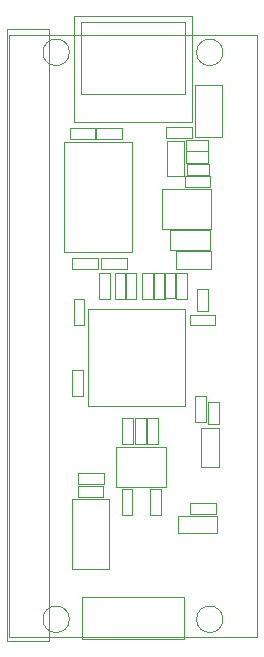
<source format=gbr>
G04 #@! TF.GenerationSoftware,KiCad,Pcbnew,(6.0.6)*
G04 #@! TF.CreationDate,2022-08-20T10:32:50+05:30*
G04 #@! TF.ProjectId,Mitayi-Pico-RP2040,4d697461-7969-42d5-9069-636f2d525032,0.2*
G04 #@! TF.SameCoordinates,PX848f8c0PY6ea0500*
G04 #@! TF.FileFunction,Other,User*
%FSLAX46Y46*%
G04 Gerber Fmt 4.6, Leading zero omitted, Abs format (unit mm)*
G04 Created by KiCad (PCBNEW (6.0.6)) date 2022-08-20 10:32:50*
%MOMM*%
%LPD*%
G01*
G04 APERTURE LIST*
G04 #@! TA.AperFunction,Profile*
%ADD10C,0.100000*%
G04 #@! TD*
%ADD11C,0.050000*%
G04 APERTURE END LIST*
D10*
X0Y51000000D02*
X21000000Y51000000D01*
X21000000Y0D02*
X0Y0D01*
X21000000Y51000000D02*
X21000000Y0D01*
X0Y0D02*
X0Y51000000D01*
D11*
X17770000Y18060000D02*
X16830000Y18060000D01*
X17770000Y19920000D02*
X17770000Y18060000D01*
X16830000Y19920000D02*
X17770000Y19920000D01*
X16830000Y18060000D02*
X16830000Y19920000D01*
X16300000Y17700000D02*
X17760000Y17700000D01*
X17760000Y14400000D02*
X16300000Y14400000D01*
X17760000Y17700000D02*
X17760000Y14400000D01*
X16300000Y14400000D02*
X16300000Y17700000D01*
X9530000Y10340000D02*
X9530000Y12500000D01*
X10450000Y10340000D02*
X9530000Y10340000D01*
X10450000Y12500000D02*
X10450000Y10340000D01*
X9530000Y12500000D02*
X10450000Y12500000D01*
X6390000Y28590000D02*
X6390000Y26430000D01*
X5470000Y26430000D02*
X5470000Y28590000D01*
X5470000Y28590000D02*
X6390000Y28590000D01*
X6390000Y26430000D02*
X5470000Y26430000D01*
X17640000Y8770000D02*
X14340000Y8770000D01*
X14340000Y10230000D02*
X17640000Y10230000D01*
X17640000Y10230000D02*
X17640000Y8770000D01*
X14340000Y8770000D02*
X14340000Y10230000D01*
X16900000Y40070000D02*
X16900000Y39130000D01*
X15040000Y39130000D02*
X15040000Y40070000D01*
X15040000Y40070000D02*
X16900000Y40070000D01*
X16900000Y39130000D02*
X15040000Y39130000D01*
X14820000Y41970000D02*
X14820000Y39010000D01*
X13360000Y41970000D02*
X14820000Y41970000D01*
X13360000Y39010000D02*
X13360000Y41970000D01*
X14820000Y39010000D02*
X13360000Y39010000D01*
X6260000Y20400000D02*
X5340000Y20400000D01*
X5340000Y20400000D02*
X5340000Y22560000D01*
X6260000Y22560000D02*
X6260000Y20400000D01*
X5340000Y22560000D02*
X6260000Y22560000D01*
X15065000Y30810000D02*
X15065000Y28650000D01*
X15065000Y28650000D02*
X14145000Y28650000D01*
X14145000Y30810000D02*
X15065000Y30810000D01*
X14145000Y28650000D02*
X14145000Y30810000D01*
X7990000Y12800000D02*
X7990000Y11880000D01*
X5830000Y12800000D02*
X7990000Y12800000D01*
X5830000Y11880000D02*
X5830000Y12800000D01*
X7990000Y11880000D02*
X5830000Y11880000D01*
X7800000Y31160000D02*
X7800000Y32100000D01*
X7800000Y32100000D02*
X10000000Y32100000D01*
X10000000Y32100000D02*
X10000000Y31160000D01*
X10000000Y31160000D02*
X7800000Y31160000D01*
X15370000Y10390000D02*
X15370000Y11330000D01*
X17570000Y11330000D02*
X17570000Y10390000D01*
X17570000Y10390000D02*
X15370000Y10390000D01*
X15370000Y11330000D02*
X17570000Y11330000D01*
X18118034Y1490000D02*
G75*
G03*
X18118034Y1490000I-1118034J0D01*
G01*
X9550000Y16320000D02*
X9550000Y18520000D01*
X10490000Y16320000D02*
X9550000Y16320000D01*
X9550000Y18520000D02*
X10490000Y18520000D01*
X10490000Y18520000D02*
X10490000Y16320000D01*
X15300000Y26370000D02*
X15300000Y27290000D01*
X17460000Y26370000D02*
X15300000Y26370000D01*
X17460000Y27290000D02*
X17460000Y26370000D01*
X15300000Y27290000D02*
X17460000Y27290000D01*
X13300000Y16100000D02*
X9100000Y16100000D01*
X9100000Y16100000D02*
X9100000Y12700000D01*
X13300000Y12700000D02*
X13300000Y16100000D01*
X9100000Y12700000D02*
X13300000Y12700000D01*
X6700000Y27750000D02*
X6700000Y19510000D01*
X6700000Y19510000D02*
X14940000Y19510000D01*
X14940000Y19510000D02*
X14940000Y27750000D01*
X14940000Y27750000D02*
X6700000Y27750000D01*
X11255000Y30850000D02*
X12195000Y30850000D01*
X11255000Y28650000D02*
X11255000Y30850000D01*
X12195000Y28650000D02*
X11255000Y28650000D01*
X12195000Y30850000D02*
X12195000Y28650000D01*
X8585000Y28650000D02*
X7665000Y28650000D01*
X8585000Y30810000D02*
X8585000Y28650000D01*
X7665000Y30810000D02*
X8585000Y30810000D01*
X7665000Y28650000D02*
X7665000Y30810000D01*
X10690000Y18510000D02*
X11610000Y18510000D01*
X11610000Y18510000D02*
X11610000Y16350000D01*
X11610000Y16350000D02*
X10690000Y16350000D01*
X10690000Y16350000D02*
X10690000Y18510000D01*
X4700000Y32600000D02*
X10420000Y32600000D01*
X10420000Y32600000D02*
X10420000Y41900000D01*
X4700000Y41900000D02*
X4700000Y32600000D01*
X10420000Y41900000D02*
X4700000Y41900000D01*
X10780000Y28645000D02*
X9860000Y28645000D01*
X9860000Y28645000D02*
X9860000Y30805000D01*
X9860000Y30805000D02*
X10780000Y30805000D01*
X10780000Y30805000D02*
X10780000Y28645000D01*
X5370000Y32100000D02*
X7570000Y32100000D01*
X7570000Y31160000D02*
X5370000Y31160000D01*
X5370000Y31160000D02*
X5370000Y32100000D01*
X7570000Y32100000D02*
X7570000Y31160000D01*
X14090000Y28660000D02*
X13170000Y28660000D01*
X13170000Y28660000D02*
X13170000Y30820000D01*
X14090000Y30820000D02*
X14090000Y28660000D01*
X13170000Y30820000D02*
X14090000Y30820000D01*
X7290000Y42140000D02*
X5130000Y42140000D01*
X7290000Y43060000D02*
X7290000Y42140000D01*
X5130000Y42140000D02*
X5130000Y43060000D01*
X5130000Y43060000D02*
X7290000Y43060000D01*
X16880000Y40160000D02*
X15020000Y40160000D01*
X16880000Y41100000D02*
X16880000Y40160000D01*
X15020000Y41100000D02*
X16880000Y41100000D01*
X15020000Y40160000D02*
X15020000Y41100000D01*
X14800000Y-200000D02*
X14800000Y3400000D01*
X14800000Y3400000D02*
X6150000Y3400000D01*
X6150000Y3400000D02*
X6150000Y-200000D01*
X6150000Y-200000D02*
X14800000Y-200000D01*
X5810000Y12930000D02*
X5810000Y13870000D01*
X8010000Y12930000D02*
X5810000Y12930000D01*
X8010000Y13870000D02*
X8010000Y12930000D01*
X5810000Y13870000D02*
X8010000Y13870000D01*
X11710000Y18510000D02*
X12630000Y18510000D01*
X12630000Y18510000D02*
X12630000Y16350000D01*
X11710000Y16350000D02*
X11710000Y18510000D01*
X12630000Y16350000D02*
X11710000Y16350000D01*
X15740000Y20390000D02*
X16660000Y20390000D01*
X15740000Y18230000D02*
X15740000Y20390000D01*
X16660000Y18230000D02*
X15740000Y18230000D01*
X16660000Y20390000D02*
X16660000Y18230000D01*
X17070000Y31190000D02*
X14110000Y31190000D01*
X14110000Y31190000D02*
X14110000Y32650000D01*
X17070000Y32650000D02*
X17070000Y31190000D01*
X14110000Y32650000D02*
X17070000Y32650000D01*
X5118034Y1490000D02*
G75*
G03*
X5118034Y1490000I-1118034J0D01*
G01*
X15510000Y43570000D02*
X5510000Y43570000D01*
X5510000Y43570000D02*
X5510000Y52570000D01*
X5510000Y52570000D02*
X15510000Y52570000D01*
X15510000Y52570000D02*
X15510000Y43570000D01*
X14890000Y39000000D02*
X17050000Y39000000D01*
X17050000Y39000000D02*
X17050000Y38080000D01*
X14890000Y38080000D02*
X14890000Y39000000D01*
X17050000Y38080000D02*
X14890000Y38080000D01*
X16880000Y41130000D02*
X15020000Y41130000D01*
X15020000Y41130000D02*
X15020000Y42070000D01*
X15020000Y42070000D02*
X16880000Y42070000D01*
X16880000Y42070000D02*
X16880000Y41130000D01*
X7350000Y43070000D02*
X9550000Y43070000D01*
X9550000Y43070000D02*
X9550000Y42130000D01*
X7350000Y42130000D02*
X7350000Y43070000D01*
X9550000Y42130000D02*
X7350000Y42130000D01*
X15750000Y42300000D02*
X15750000Y46700000D01*
X15750000Y46700000D02*
X18050000Y46700000D01*
X18050000Y46700000D02*
X18050000Y42300000D01*
X15750000Y42300000D02*
X18050000Y42300000D01*
X18118034Y49490000D02*
G75*
G03*
X18118034Y49490000I-1118034J0D01*
G01*
X14910000Y52040000D02*
X6110000Y52040000D01*
X14910000Y52040000D02*
X14910000Y45940000D01*
X14910000Y45940000D02*
X6110000Y45940000D01*
X6110000Y45940000D02*
X6110000Y52040000D01*
X5118034Y49490000D02*
G75*
G03*
X5118034Y49490000I-1118034J0D01*
G01*
X8500000Y11650000D02*
X5300000Y11650000D01*
X5300000Y11650000D02*
X5300000Y5750000D01*
X5300000Y5750000D02*
X8500000Y5750000D01*
X8500000Y5750000D02*
X8500000Y11650000D01*
X11970000Y10330000D02*
X11970000Y12490000D01*
X11970000Y12490000D02*
X12890000Y12490000D01*
X12890000Y12490000D02*
X12890000Y10330000D01*
X12890000Y10330000D02*
X11970000Y10330000D01*
X8960000Y30810000D02*
X9880000Y30810000D01*
X9880000Y30810000D02*
X9880000Y28650000D01*
X9880000Y28650000D02*
X8960000Y28650000D01*
X8960000Y28650000D02*
X8960000Y30810000D01*
X13195000Y30850000D02*
X13195000Y28650000D01*
X12255000Y30850000D02*
X13195000Y30850000D01*
X13195000Y28650000D02*
X12255000Y28650000D01*
X12255000Y28650000D02*
X12255000Y30850000D01*
X-200000Y-350000D02*
X3400000Y-350000D01*
X-200000Y51500000D02*
X-200000Y-350000D01*
X3400000Y51500000D02*
X-200000Y51500000D01*
X3400000Y-350000D02*
X3400000Y51500000D01*
X17035000Y32720000D02*
X13635000Y32720000D01*
X13635000Y34480000D02*
X17035000Y34480000D01*
X13635000Y32720000D02*
X13635000Y34480000D01*
X17035000Y34480000D02*
X17035000Y32720000D01*
X15880000Y29490000D02*
X16820000Y29490000D01*
X16820000Y29490000D02*
X16820000Y27630000D01*
X15880000Y27630000D02*
X15880000Y29490000D01*
X16820000Y27630000D02*
X15880000Y27630000D01*
X13300000Y42230000D02*
X13300000Y43170000D01*
X15500000Y42230000D02*
X13300000Y42230000D01*
X13300000Y43170000D02*
X15500000Y43170000D01*
X15500000Y43170000D02*
X15500000Y42230000D01*
X17100000Y37930000D02*
X13000000Y37930000D01*
X13000000Y34530000D02*
X17100000Y34530000D01*
X13000000Y37930000D02*
X13000000Y34530000D01*
X17100000Y34530000D02*
X17100000Y37930000D01*
M02*

</source>
